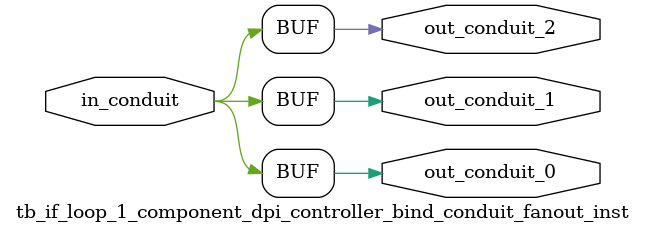
<source format=sv>


 


// --------------------------------------------------------------------------------
//| Avalon Conduit Fan-Out
// --------------------------------------------------------------------------------

// ------------------------------------------
// Generation parameters:
//   output_name:       tb_if_loop_1_component_dpi_controller_bind_conduit_fanout_inst
//   numFanOut:         3
//   
// ------------------------------------------

module tb_if_loop_1_component_dpi_controller_bind_conduit_fanout_inst (     

// Interface: out_conduit_0
 output                    out_conduit_0,
// Interface: out_conduit_1
 output                    out_conduit_1,
// Interface: out_conduit_2
 output                    out_conduit_2,

// Interface: in_conduit
 input                   in_conduit

);

   assign  out_conduit_0 = in_conduit;
   assign  out_conduit_1 = in_conduit;
   assign  out_conduit_2 = in_conduit;

endmodule //


</source>
